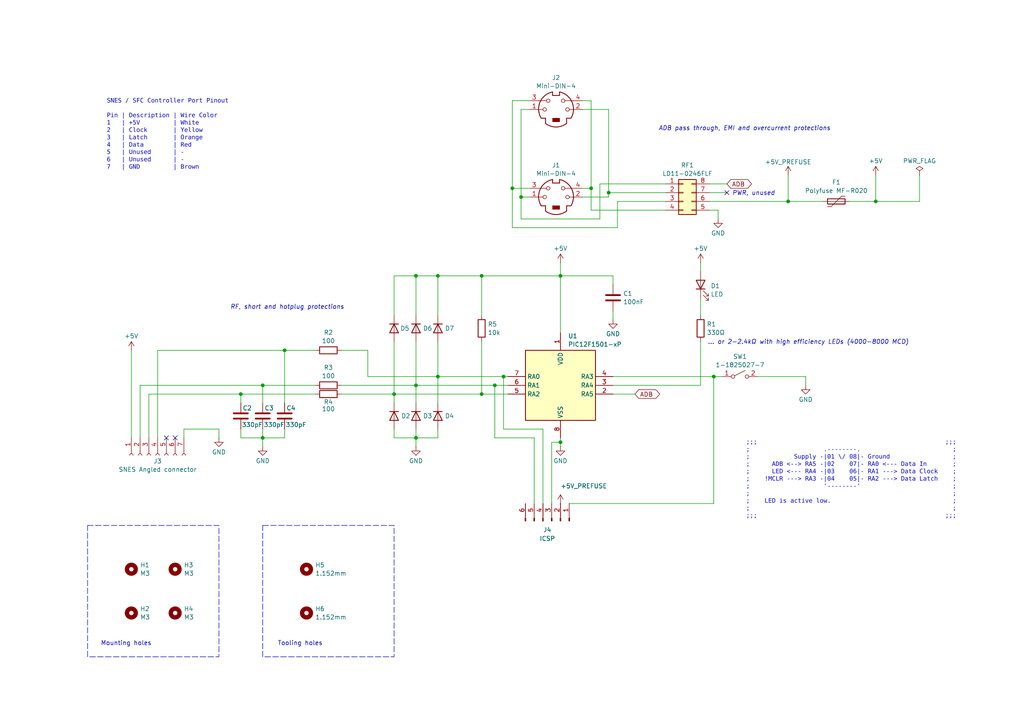
<source format=kicad_sch>
(kicad_sch (version 20231120) (generator "eeschema") (generator_version "8.0")
  (paper "A4")
  (title_block (title "TashPad SMT") (date "2025-03-04") (rev "1.1") (company "Lostwave") (comment 1 "http://68kmla.org") (comment 2 "https://github.com/lampmerchant/tashpad"))
  (lib_symbols
    (symbol "+5V_1" (power) (pin_numbers hide) (pin_names (offset 0) hide)
      (property "Value" "+5V" (at 0 3.556 0))
      (symbol "+5V_1_0_1"
        (polyline (pts (xy -0.762 1.27) (xy 0 2.54)))
        (polyline (pts (xy 0 0) (xy 0 2.54)))
        (polyline (pts (xy 0 2.54) (xy 0.762 1.27)))
      )
      (symbol "+5V_1_1_1"
        (pin power_in line (at 0 0 90) (length 0) (name "~") (number "1"))
      )
    )
    (symbol "+5V_2" (power) (pin_numbers hide) (pin_names (offset 0) hide)
      (property "Value" "+5V" (at 0 3.556 0))
      (symbol "+5V_2_0_1"
        (polyline (pts (xy -0.762 1.27) (xy 0 2.54)))
        (polyline (pts (xy 0 0) (xy 0 2.54)))
        (polyline (pts (xy 0 2.54) (xy 0.762 1.27)))
      )
      (symbol "+5V_2_1_1"
        (pin power_in line (at 0 0 90) (length 0) (name "~") (number "1"))
      )
    )
    (symbol "+5V_3" (power) (pin_numbers hide) (pin_names (offset 0) hide)
      (property "Value" "+5V" (at 0 3.556 0))
      (symbol "+5V_3_0_1"
        (polyline (pts (xy -0.762 1.27) (xy 0 2.54)))
        (polyline (pts (xy 0 0) (xy 0 2.54)))
        (polyline (pts (xy 0 2.54) (xy 0.762 1.27)))
      )
      (symbol "+5V_3_1_1"
        (pin power_in line (at 0 0 90) (length 0) (name "~") (number "1"))
      )
    )
    (symbol "Connector:Conn_01x06_Pin" (pin_names (offset 1.016) hide)
      (property "Reference" "J" (at 0 7.62 0))
      (property "Value" "Conn_01x06_Pin" (at 0 -10.16 0))
      (symbol "Conn_01x06_Pin_1_1"
        (polyline (pts (xy 1.27 -7.62) (xy 0.8636 -7.62)) (stroke (width 0.1524)))
        (polyline (pts (xy 1.27 -5.08) (xy 0.8636 -5.08)) (stroke (width 0.1524)))
        (polyline (pts (xy 1.27 -2.54) (xy 0.8636 -2.54)) (stroke (width 0.1524)))
        (polyline (pts (xy 1.27 0) (xy 0.8636 0)) (stroke (width 0.1524)))
        (polyline (pts (xy 1.27 2.54) (xy 0.8636 2.54)) (stroke (width 0.1524)))
        (polyline (pts (xy 1.27 5.08) (xy 0.8636 5.08)) (stroke (width 0.1524)))
        (rectangle (start 0.8636 -7.493) (end 0 -7.747) (stroke (width 0.1524)) (fill (type outline)))
        (rectangle (start 0.8636 -4.953) (end 0 -5.207) (stroke (width 0.1524)) (fill (type outline)))
        (rectangle (start 0.8636 -2.413) (end 0 -2.667) (stroke (width 0.1524)) (fill (type outline)))
        (rectangle (start 0.8636 0.127) (end 0 -0.127) (stroke (width 0.1524)) (fill (type outline)))
        (rectangle (start 0.8636 2.667) (end 0 2.413) (stroke (width 0.1524)) (fill (type outline)))
        (rectangle (start 0.8636 5.207) (end 0 4.953) (stroke (width 0.1524)) (fill (type outline)))
        (pin passive line (at 5.08 5.08 180) (length 3.81) (name "Pin_1") (number "1"))
        (pin passive line (at 5.08 2.54 180) (length 3.81) (name "Pin_2") (number "2"))
        (pin passive line (at 5.08 0 180) (length 3.81) (name "Pin_3") (number "3"))
        (pin passive line (at 5.08 -2.54 180) (length 3.81) (name "Pin_4") (number "4"))
        (pin passive line (at 5.08 -5.08 180) (length 3.81) (name "Pin_5") (number "5"))
        (pin passive line (at 5.08 -7.62 180) (length 3.81) (name "Pin_6") (number "6"))
      )
    )
    (symbol "Connector:Conn_01x07_Socket" (pin_names (offset 1.016) hide)
      (property "Reference" "J" (at 0 10.16 0))
      (property "Value" "Conn_01x07_Socket" (at 0 -10.16 0))
      (symbol "Conn_01x07_Socket_1_1"
        (arc (start 0 -7.112) (mid -0.5058 -7.62) (end 0 -8.128) (stroke (width 0.1524)))
        (arc (start 0 -4.572) (mid -0.5058 -5.08) (end 0 -5.588) (stroke (width 0.1524)))
        (arc (start 0 -2.032) (mid -0.5058 -2.54) (end 0 -3.048) (stroke (width 0.1524)))
        (polyline (pts (xy -1.27 -7.62) (xy -0.508 -7.62)) (stroke (width 0.1524)))
        (polyline (pts (xy -1.27 -5.08) (xy -0.508 -5.08)) (stroke (width 0.1524)))
        (polyline (pts (xy -1.27 -2.54) (xy -0.508 -2.54)) (stroke (width 0.1524)))
        (polyline (pts (xy -1.27 0) (xy -0.508 0)) (stroke (width 0.1524)))
        (polyline (pts (xy -1.27 2.54) (xy -0.508 2.54)) (stroke (width 0.1524)))
        (polyline (pts (xy -1.27 5.08) (xy -0.508 5.08)) (stroke (width 0.1524)))
        (polyline (pts (xy -1.27 7.62) (xy -0.508 7.62)) (stroke (width 0.1524)))
        (arc (start 0 0.508) (mid -0.5058 0) (end 0 -0.508) (stroke (width 0.1524)))
        (arc (start 0 3.048) (mid -0.5058 2.54) (end 0 2.032) (stroke (width 0.1524)))
        (arc (start 0 5.588) (mid -0.5058 5.08) (end 0 4.572) (stroke (width 0.1524)))
        (arc (start 0 8.128) (mid -0.5058 7.62) (end 0 7.112) (stroke (width 0.1524)))
        (pin passive line (at -5.08 7.62 0) (length 3.81) (name "Pin_1") (number "1"))
        (pin passive line (at -5.08 5.08 0) (length 3.81) (name "Pin_2") (number "2"))
        (pin passive line (at -5.08 2.54 0) (length 3.81) (name "Pin_3") (number "3"))
        (pin passive line (at -5.08 0 0) (length 3.81) (name "Pin_4") (number "4"))
        (pin passive line (at -5.08 -2.54 0) (length 3.81) (name "Pin_5") (number "5"))
        (pin passive line (at -5.08 -5.08 0) (length 3.81) (name "Pin_6") (number "6"))
        (pin passive line (at -5.08 -7.62 0) (length 3.81) (name "Pin_7") (number "7"))
      )
    )
    (symbol "Connector:Mini-DIN-4" (pin_names (offset 1.016))
      (property "Reference" "J" (at 0 6.35 0))
      (property "Value" "Mini-DIN-4" (at 0 -6.35 0))
      (symbol "Mini-DIN-4_0_1"
        (circle (center -3.302 0) (radius 0.508))
        (arc (start -3.048 -4.064) (mid 0 -5.08) (end 3.048 -4.064) (stroke (width 0.254)))
        (circle (center -2.032 2.54) (radius 0.508))
        (rectangle (start -1.016 -2.54) (end 1.016 -3.556) (fill (type outline)))
        (arc (start -1.016 5.08) (mid -4.6228 2.1214) (end -4.318 -2.54) (stroke (width 0.254)))
        (polyline (pts (xy -3.81 0) (xy -5.08 0)))
        (polyline (pts (xy -2.54 2.54) (xy -5.08 2.54)))
        (polyline (pts (xy 2.794 2.54) (xy 5.08 2.54)))
        (polyline (pts (xy 5.08 0) (xy 3.81 0)))
        (polyline (pts (xy -4.318 -2.54) (xy -3.048 -2.54) (xy -3.048 -4.064)) (stroke (width 0.254)))
        (polyline (pts (xy 4.318 -2.54) (xy 3.048 -2.54) (xy 3.048 -4.064)) (stroke (width 0.254)))
        (polyline (pts (xy -1.016 5.08) (xy -1.016 4.064) (xy 1.016 4.064) (xy 1.016 5.08)) (stroke (width 0.254)))
        (circle (center 2.286 2.54) (radius 0.508))
        (circle (center 3.302 0) (radius 0.508))
        (arc (start 4.318 -2.54) (mid 4.6661 2.1322) (end 1.016 5.08) (stroke (width 0.254)))
      )
      (symbol "Mini-DIN-4_1_1"
        (pin passive line (at 7.62 0 180) (length 2.54) (name "~") (number "1"))
        (pin passive line (at -7.62 0 0) (length 2.54) (name "~") (number "2"))
        (pin passive line (at 7.62 2.54 180) (length 2.54) (name "~") (number "3"))
        (pin passive line (at -7.62 2.54 0) (length 2.54) (name "~") (number "4"))
      )
    )
    (symbol "Connector_Generic:Conn_02x04_Counter_Clockwise" (pin_names (offset 1.016) hide)
      (property "Reference" "J" (at 1.27 5.08 0))
      (property "Value" "Conn_02x04_Counter_Clockwise" (at 1.27 -7.62 0))
      (symbol "Conn_02x04_Counter_Clockwise_1_1"
        (rectangle (start -1.27 -4.953) (end 0 -5.207) (stroke (width 0.1524)))
        (rectangle (start -1.27 -2.413) (end 0 -2.667) (stroke (width 0.1524)))
        (rectangle (start -1.27 0.127) (end 0 -0.127) (stroke (width 0.1524)))
        (rectangle (start -1.27 2.667) (end 0 2.413) (stroke (width 0.1524)))
        (rectangle (start -1.27 3.81) (end 3.81 -6.35) (stroke (width 0.254)) (fill (type background)))
        (rectangle (start 3.81 -4.953) (end 2.54 -5.207) (stroke (width 0.1524)))
        (rectangle (start 3.81 -2.413) (end 2.54 -2.667) (stroke (width 0.1524)))
        (rectangle (start 3.81 0.127) (end 2.54 -0.127) (stroke (width 0.1524)))
        (rectangle (start 3.81 2.667) (end 2.54 2.413) (stroke (width 0.1524)))
        (pin passive line (at -5.08 2.54 0) (length 3.81) (name "Pin_1") (number "1"))
        (pin passive line (at -5.08 0 0) (length 3.81) (name "Pin_2") (number "2"))
        (pin passive line (at -5.08 -2.54 0) (length 3.81) (name "Pin_3") (number "3"))
        (pin passive line (at -5.08 -5.08 0) (length 3.81) (name "Pin_4") (number "4"))
        (pin passive line (at 7.62 -5.08 180) (length 3.81) (name "Pin_5") (number "5"))
        (pin passive line (at 7.62 -2.54 180) (length 3.81) (name "Pin_6") (number "6"))
        (pin passive line (at 7.62 0 180) (length 3.81) (name "Pin_7") (number "7"))
        (pin passive line (at 7.62 2.54 180) (length 3.81) (name "Pin_8") (number "8"))
      )
    )
    (symbol "Device:C" (pin_numbers hide) (pin_names (offset 0.254))
      (property "Reference" "C" (at 0.635 2.54 0))
      (property "Value" "C" (at 0.635 -2.54 0))
      (symbol "C_0_1"
        (polyline (pts (xy -2.032 -0.762) (xy 2.032 -0.762)) (stroke (width 0.508)))
        (polyline (pts (xy -2.032 0.762) (xy 2.032 0.762)) (stroke (width 0.508)))
      )
      (symbol "C_1_1"
        (pin passive line (at 0 3.81 270) (length 2.794) (name "~") (number "1"))
        (pin passive line (at 0 -3.81 90) (length 2.794) (name "~") (number "2"))
      )
    )
    (symbol "Device:D" (pin_numbers hide) (pin_names (offset 1.016) hide)
      (property "Reference" "D" (at 0 2.54 0))
      (property "Value" "D" (at 0 -2.54 0))
      (symbol "D_0_1"
        (polyline (pts (xy -1.27 1.27) (xy -1.27 -1.27)) (stroke (width 0.254)))
        (polyline (pts (xy 1.27 0) (xy -1.27 0)))
        (polyline (pts (xy 1.27 1.27) (xy 1.27 -1.27) (xy -1.27 0) (xy 1.27 1.27)) (stroke (width 0.254)))
      )
      (symbol "D_1_1"
        (pin passive line (at -3.81 0 0) (length 2.54) (name "K") (number "1"))
        (pin passive line (at 3.81 0 180) (length 2.54) (name "A") (number "2"))
      )
    )
    (symbol "Device:LED" (pin_numbers hide) (pin_names (offset 1.016) hide)
      (property "Reference" "D" (at 0 2.54 0))
      (property "Value" "LED" (at 0 -2.54 0))
      (symbol "LED_0_1"
        (polyline (pts (xy -1.27 -1.27) (xy -1.27 1.27)) (stroke (width 0.254)))
        (polyline (pts (xy -1.27 0) (xy 1.27 0)))
        (polyline (pts (xy 1.27 -1.27) (xy 1.27 1.27) (xy -1.27 0) (xy 1.27 -1.27)) (stroke (width 0.254)))
        (polyline (pts (xy -3.048 -0.762) (xy -4.572 -2.286) (xy -3.81 -2.286) (xy -4.572 -2.286) (xy -4.572 -1.524)))
        (polyline (pts (xy -1.778 -0.762) (xy -3.302 -2.286) (xy -2.54 -2.286) (xy -3.302 -2.286) (xy -3.302 -1.524)))
      )
      (symbol "LED_1_1"
        (pin passive line (at -3.81 0 0) (length 2.54) (name "K") (number "1"))
        (pin passive line (at 3.81 0 180) (length 2.54) (name "A") (number "2"))
      )
    )
    (symbol "Device:Polyfuse" (pin_numbers hide) (pin_names (offset 0))
      (property "Reference" "F" (at -2.54 0 90))
      (property "Value" "Polyfuse" (at 2.54 0 90))
      (symbol "Polyfuse_0_1"
        (rectangle (start -0.762 2.54) (end 0.762 -2.54) (stroke (width 0.254)))
        (polyline (pts (xy 0 2.54) (xy 0 -2.54)))
        (polyline (pts (xy -1.524 2.54) (xy -1.524 1.524) (xy 1.524 -1.524) (xy 1.524 -2.54)))
      )
      (symbol "Polyfuse_1_1"
        (pin passive line (at 0 3.81 270) (length 1.27) (name "~") (number "1"))
        (pin passive line (at 0 -3.81 90) (length 1.27) (name "~") (number "2"))
      )
    )
    (symbol "Device:R" (pin_numbers hide) (pin_names (offset 0))
      (property "Reference" "R" (at 2.032 0 90))
      (property "Value" "R" (at 0 0 90))
      (symbol "R_0_1"
        (rectangle (start -1.016 -2.54) (end 1.016 2.54) (stroke (width 0.254)))
      )
      (symbol "R_1_1"
        (pin passive line (at 0 3.81 270) (length 1.27) (name "~") (number "1"))
        (pin passive line (at 0 -3.81 90) (length 1.27) (name "~") (number "2"))
      )
    )
    (symbol "GND_3" (power) (pin_names (offset 0))
      (property "Value" "GND" (at 0 -3.81 0))
      (symbol "GND_3_0_1"
        (polyline (pts (xy 0 0) (xy 0 -1.27) (xy 1.27 -1.27) (xy 0 -2.54) (xy -1.27 -1.27) (xy 0 -1.27)))
      )
      (symbol "GND_3_1_1"
        (pin power_in line (at 0 0 270) (length 0) hide (name "GND") (number "1"))
      )
    )
    (symbol "GND_4" (power) (pin_names (offset 0))
      (property "Value" "GND" (at 0 -3.81 0))
      (symbol "GND_4_0_1"
        (polyline (pts (xy 0 0) (xy 0 -1.27) (xy 1.27 -1.27) (xy 0 -2.54) (xy -1.27 -1.27) (xy 0 -1.27)))
      )
      (symbol "GND_4_1_1"
        (pin power_in line (at 0 0 270) (length 0) hide (name "GND") (number "1"))
      )
    )
    (symbol "MCU_Microchip_PIC12:PIC12F1501-xP"
      (property "Reference" "U" (at 1.27 13.97 0))
      (property "Value" "PIC12F1501-xP" (at 1.27 11.43 0))
      (symbol "PIC12F1501-xP_0_1"
        (rectangle (start 10.16 -10.16) (end -10.16 10.16) (stroke (width 0.254)) (fill (type background)))
      )
      (symbol "PIC12F1501-xP_1_1"
        (pin power_in line (at 0 15.24 270) (length 5.08) (name "VDD") (number "1"))
        (pin bidirectional line (at 15.24 -2.54 180) (length 5.08) (name "RA5") (number "2"))
        (pin bidirectional line (at 15.24 0 180) (length 5.08) (name "RA4") (number "3"))
        (pin input line (at 15.24 2.54 180) (length 5.08) (name "RA3") (number "4"))
        (pin bidirectional line (at -15.24 -2.54 0) (length 5.08) (name "RA2") (number "5"))
        (pin bidirectional line (at -15.24 0 0) (length 5.08) (name "RA1") (number "6"))
        (pin bidirectional line (at -15.24 2.54 0) (length 5.08) (name "RA0") (number "7"))
        (pin power_in line (at 0 -15.24 90) (length 5.08) (name "VSS") (number "8"))
      )
    )
    (symbol "Mechanical:MountingHole" (pin_names (offset 1.016)) (exclude_from_sim yes) (in_bom no)
      (property "Reference" "H" (at 0 5.08 0))
      (property "Value" "MountingHole" (at 0 3.175 0))
      (symbol "MountingHole_0_1"
        (circle (center 0 0) (radius 1.27) (stroke (width 1.27)))
      )
    )
    (symbol "Switch:SW_SPST" (pin_names (offset 0) hide)
      (property "Reference" "SW" (at 0 3.175 0))
      (property "Value" "SW_SPST" (at 0 -2.54 0))
      (symbol "SW_SPST_0_0"
        (circle (center -2.032 0) (radius 0.508))
        (polyline (pts (xy -1.524 0.254) (xy 1.524 1.778)))
        (circle (center 2.032 0) (radius 0.508))
      )
      (symbol "SW_SPST_1_1"
        (pin passive line (at -5.08 0 0) (length 2.54) (name "A") (number "1"))
        (pin passive line (at 5.08 0 180) (length 2.54) (name "B") (number "2"))
      )
    )
    (symbol "power:+5V" (power) (pin_names (offset 0))
      (property "Value" "+5V" (at 0 3.556 0))
      (symbol "+5V_0_1"
        (polyline (pts (xy -0.762 1.27) (xy 0 2.54)))
        (polyline (pts (xy 0 0) (xy 0 2.54)))
        (polyline (pts (xy 0 2.54) (xy 0.762 1.27)))
      )
      (symbol "+5V_1_1"
        (pin power_in line (at 0 0 90) (length 0) hide (name "+5V") (number "1"))
      )
    )
    (symbol "power:GND" (power) (pin_numbers hide) (pin_names (offset 0) hide)
      (property "Value" "GND" (at 0 -3.81 0))
      (symbol "GND_0_1"
        (polyline (pts (xy 0 0) (xy 0 -1.27) (xy 1.27 -1.27) (xy 0 -2.54) (xy -1.27 -1.27) (xy 0 -1.27)))
      )
      (symbol "GND_1_1"
        (pin power_in line (at 0 0 270) (length 0) (name "~") (number "1"))
      )
    )
    (symbol "power:PWR_FLAG" (power) (pin_numbers hide) (pin_names (offset 0) hide)
      (property "Value" "PWR_FLAG" (at 0 3.81 0))
      (symbol "PWR_FLAG_0_0"
        (pin power_out line (at 0 0 90) (length 0) (name "pwr") (number "1"))
      )
      (symbol "PWR_FLAG_0_1"
        (polyline (pts (xy 0 0) (xy 0 1.27) (xy -1.016 1.905) (xy 0 2.54) (xy 1.016 1.905) (xy 0 1.27)))
      )
    )
  )
  (junction (at 76.2 111.76))
  (junction (at 120.65 127))
  (junction (at 127 80.01))
  (junction (at 151.13 57.15))
  (junction (at 139.7 80.01))
  (junction (at 162.56 80.01))
  (junction (at 171.45 54.61))
  (junction (at 127 109.22))
  (junction (at 120.65 111.76))
  (junction (at 254 58.42))
  (junction (at 143.51 111.76))
  (junction (at 76.2 127))
  (junction (at 146.05 109.22))
  (junction (at 176.53 55.88))
  (junction (at 120.65 80.01))
  (junction (at 114.3 114.3))
  (junction (at 82.55 101.6))
  (junction (at 148.59 54.61))
  (junction (at 69.85 114.3))
  (junction (at 228.6 58.42))
  (junction (at 139.7 114.3))
  (junction (at 162.56 128.27))
  (junction (at 207.01 109.22))
  (no_connect (at 210.82 55.88))
  (no_connect (at 48.26 127))
  (no_connect (at 50.8 127))
  (wire (pts (xy 114.3 124.46) (xy 114.3 127)))
  (wire (pts (xy 76.2 111.76) (xy 76.2 116.84)))
  (wire (pts (xy 151.13 31.75) (xy 151.13 57.15)))
  (wire (pts (xy 114.3 91.44) (xy 114.3 80.01)))
  (wire (pts (xy 139.7 80.01) (xy 162.56 80.01)))
  (wire (pts (xy 176.53 55.88) (xy 193.04 55.88)))
  (wire (pts (xy 171.45 54.61) (xy 171.45 60.96)))
  (wire (pts (xy 205.74 53.34) (xy 210.82 53.34)))
  (wire (pts (xy 40.64 111.76) (xy 76.2 111.76)))
  (wire (pts (xy 176.53 31.75) (xy 168.91 31.75)))
  (wire (pts (xy 176.53 57.15) (xy 176.53 55.88)))
  (wire (pts (xy 53.34 127) (xy 53.34 124.46)))
  (wire (pts (xy 179.07 58.42) (xy 179.07 66.04)))
  (wire (pts (xy 99.06 114.3) (xy 114.3 114.3)))
  (wire (pts (xy 53.34 124.46) (xy 63.5 124.46)))
  (wire (pts (xy 148.59 54.61) (xy 153.67 54.61)))
  (wire (pts (xy 177.8 90.17) (xy 177.8 92.71)))
  (wire (pts (xy 177.8 109.22) (xy 207.01 109.22)))
  (wire (pts (xy 193.04 53.34) (xy 173.99 53.34)))
  (wire (pts (xy 176.53 55.88) (xy 176.53 31.75)))
  (wire (pts (xy 139.7 114.3) (xy 147.32 114.3)))
  (wire (pts (xy 205.74 55.88) (xy 210.82 55.88)))
  (wire (pts (xy 45.72 127) (xy 45.72 101.6)))
  (wire (pts (xy 40.64 111.76) (xy 40.64 127)))
  (wire (pts (xy 76.2 124.46) (xy 76.2 127)))
  (wire (pts (xy 162.56 80.01) (xy 162.56 96.52)))
  (wire (pts (xy 151.13 63.5) (xy 151.13 57.15)))
  (wire (pts (xy 162.56 128.27) (xy 162.56 129.54)))
  (wire (pts (xy 154.94 127) (xy 143.51 127)))
  (wire (pts (xy 120.65 124.46) (xy 120.65 127)))
  (wire (pts (xy 43.18 114.3) (xy 43.18 127)))
  (wire (pts (xy 114.3 80.01) (xy 120.65 80.01)))
  (wire (pts (xy 208.28 63.5) (xy 208.28 60.96)))
  (wire (pts (xy 114.3 127) (xy 120.65 127)))
  (wire (pts (xy 69.85 114.3) (xy 69.85 116.84)))
  (wire (pts (xy 139.7 80.01) (xy 139.7 91.44)))
  (wire (pts (xy 120.65 111.76) (xy 120.65 116.84)))
  (wire (pts (xy 76.2 127) (xy 82.55 127)))
  (wire (pts (xy 193.04 58.42) (xy 179.07 58.42)))
  (wire (pts (xy 120.65 80.01) (xy 120.65 91.44)))
  (wire (pts (xy 266.7 50.8) (xy 266.7 58.42)))
  (wire (pts (xy 177.8 114.3) (xy 184.15 114.3)))
  (wire (pts (xy 233.68 109.22) (xy 233.68 111.76)))
  (wire (pts (xy 203.2 99.06) (xy 203.2 111.76)))
  (wire (pts (xy 146.05 109.22) (xy 147.32 109.22)))
  (wire (pts (xy 153.67 31.75) (xy 151.13 31.75)))
  (wire (pts (xy 146.05 124.46) (xy 146.05 109.22)))
  (wire (pts (xy 76.2 111.76) (xy 91.44 111.76)))
  (wire (pts (xy 82.55 127) (xy 82.55 124.46)))
  (wire (pts (xy 120.65 111.76) (xy 143.51 111.76)))
  (wire (pts (xy 99.06 101.6) (xy 106.68 101.6)))
  (wire (pts (xy 157.48 146.05) (xy 157.48 124.46)))
  (wire (pts (xy 76.2 127) (xy 76.2 129.54)))
  (wire (pts (xy 254 58.42) (xy 266.7 58.42)))
  (wire (pts (xy 139.7 99.06) (xy 139.7 114.3)))
  (wire (pts (xy 45.72 101.6) (xy 82.55 101.6)))
  (wire (pts (xy 203.2 86.36) (xy 203.2 91.44)))
  (wire (pts (xy 127 127) (xy 127 124.46)))
  (wire (pts (xy 69.85 127) (xy 76.2 127)))
  (wire (pts (xy 162.56 127) (xy 162.56 128.27)))
  (wire (pts (xy 120.65 127) (xy 120.65 129.54)))
  (wire (pts (xy 171.45 60.96) (xy 193.04 60.96)))
  (wire (pts (xy 38.1 101.6) (xy 38.1 127)))
  (wire (pts (xy 228.6 58.42) (xy 238.76 58.42)))
  (wire (pts (xy 69.85 124.46) (xy 69.85 127)))
  (wire (pts (xy 120.65 99.06) (xy 120.65 111.76)))
  (wire (pts (xy 127 109.22) (xy 127 116.84)))
  (wire (pts (xy 219.71 109.22) (xy 233.68 109.22)))
  (wire (pts (xy 63.5 124.46) (xy 63.5 127)))
  (wire (pts (xy 127 109.22) (xy 146.05 109.22)))
  (wire (pts (xy 99.06 111.76) (xy 120.65 111.76)))
  (wire (pts (xy 69.85 114.3) (xy 91.44 114.3)))
  (wire (pts (xy 179.07 66.04) (xy 148.59 66.04)))
  (wire (pts (xy 173.99 63.5) (xy 151.13 63.5)))
  (wire (pts (xy 82.55 101.6) (xy 91.44 101.6)))
  (wire (pts (xy 120.65 80.01) (xy 127 80.01)))
  (wire (pts (xy 148.59 66.04) (xy 148.59 54.61)))
  (wire (pts (xy 148.59 29.21) (xy 153.67 29.21)))
  (wire (pts (xy 148.59 54.61) (xy 148.59 29.21)))
  (wire (pts (xy 162.56 76.2) (xy 162.56 80.01)))
  (wire (pts (xy 177.8 80.01) (xy 177.8 82.55)))
  (wire (pts (xy 160.02 146.05) (xy 160.02 128.27)))
  (wire (pts (xy 106.68 109.22) (xy 127 109.22)))
  (wire (pts (xy 171.45 29.21) (xy 168.91 29.21)))
  (wire (pts (xy 120.65 127) (xy 127 127)))
  (wire (pts (xy 228.6 50.8) (xy 228.6 58.42)))
  (wire (pts (xy 165.1 146.05) (xy 207.01 146.05)))
  (wire (pts (xy 207.01 109.22) (xy 209.55 109.22)))
  (wire (pts (xy 168.91 54.61) (xy 171.45 54.61)))
  (wire (pts (xy 127 80.01) (xy 127 91.44)))
  (wire (pts (xy 207.01 146.05) (xy 207.01 109.22)))
  (wire (pts (xy 157.48 124.46) (xy 146.05 124.46)))
  (wire (pts (xy 205.74 58.42) (xy 228.6 58.42)))
  (wire (pts (xy 154.94 146.05) (xy 154.94 127)))
  (wire (pts (xy 143.51 127) (xy 143.51 111.76)))
  (wire (pts (xy 168.91 57.15) (xy 176.53 57.15)))
  (wire (pts (xy 114.3 114.3) (xy 114.3 116.84)))
  (wire (pts (xy 254 50.8) (xy 254 58.42)))
  (wire (pts (xy 203.2 76.2) (xy 203.2 78.74)))
  (wire (pts (xy 127 99.06) (xy 127 109.22)))
  (wire (pts (xy 43.18 114.3) (xy 69.85 114.3)))
  (wire (pts (xy 177.8 80.01) (xy 162.56 80.01)))
  (wire (pts (xy 106.68 101.6) (xy 106.68 109.22)))
  (wire (pts (xy 82.55 101.6) (xy 82.55 116.84)))
  (wire (pts (xy 177.8 111.76) (xy 203.2 111.76)))
  (wire (pts (xy 151.13 57.15) (xy 153.67 57.15)))
  (wire (pts (xy 143.51 111.76) (xy 147.32 111.76)))
  (wire (pts (xy 246.38 58.42) (xy 254 58.42)))
  (wire (pts (xy 173.99 53.34) (xy 173.99 63.5)))
  (wire (pts (xy 127 80.01) (xy 139.7 80.01)))
  (wire (pts (xy 171.45 54.61) (xy 171.45 29.21)))
  (wire (pts (xy 160.02 128.27) (xy 162.56 128.27)))
  (wire (pts (xy 114.3 114.3) (xy 139.7 114.3)))
  (wire (pts (xy 208.28 60.96) (xy 205.74 60.96)))
  (wire (pts (xy 114.3 99.06) (xy 114.3 114.3)))
  (rectangle (start 76.2 152.4) (end 114.3 190.5) (stroke (width 0) (type dash)))
  (rectangle (start 25.4 152.4) (end 63.5 190.5) (stroke (width 0) (type dash)))
  (text "RF, short and hotplug protections" (at 83.312 89.154 0) (effects (font (size 1.27 1.27) (italic yes))))
  (text "PWR, unused" (at 212.344 56.134 0) (effects (font (size 1.27 1.27) (italic yes)) (justify left)))
  (text "Mounting holes" (at 29.21 186.69 0) (effects (font (size 1.27 1.27)) (justify left)))
  (text "Tooling holes" (at 80.518 186.69 0) (effects (font (size 1.27 1.27)) (justify left)))
  (text "SNES / SFC Controller Port Pinout\n\nPin | Description | Wire Color\n1   | +5V         | White\n2   | Clock       | Yellow\n3   | Latch       | Orange\n4   | Data        | Red\n5   | Unused      | -\n6   | Unused      | -\n7   | GND         | Brown" (at 30.988 39.37 0) (effects (font (size 1.27 1.27)) (justify left)))
  (text ";;;                                                   ;;;\n;                    .--------.                         ;\n;            Supply -|01 \\/ 08|- Ground                 ;\n;      ADB <--> RA5 -|02    07|- RA0 <--- Data In       ;\n;      LED <--- RA4 -|03    06|- RA1 ---> Data Clock    ;\n;    !MCLR ---> RA3 -|04    05|- RA2 ---> Data Latch    ;\n;                    '--------'                         ;\n;                                                       ;\n;    LED is active low.                                 ;\n;                                                       ;\n;;;                                                   ;;;\n" (at 246.888 139.446 0) (effects (font (size 1.27 1.27))))
  (text "… or 2-2.4kΩ with high efficiency LEDs (4000-8000 MCD)" (at 234.442 99.314 0) (effects (font (size 1.27 1.27) (italic yes))))
  (text "ADB pass through, EMI and overcurrent protections" (at 191.008 37.338 0) (effects (font (size 1.27 1.27) (italic yes)) (justify left)))
  (global_label "ADB" (shape bidirectional) (at 210.82 53.34 0) (property "Intersheetrefs" "${INTERSHEET_REFS}" (effects (hide yes))))
  (global_label "ADB" (shape bidirectional) (at 184.15 114.3 0) (property "Intersheetrefs" "${INTERSHEET_REFS}" (effects (hide yes))))
  (symbol (lib_name "GND_3") (lib_id "power:GND") (at 177.8 92.71 0) (unit 1)
    (property "Reference" "#PWR026" (effects (hide yes)))
    (property "Value" "GND" (at 177.8 96.8431 0))
  )
  (symbol (lib_name "+5V_1") (lib_id "power:+5V") (at 203.2 76.2 0) (unit 1)
    (property "Reference" "#PWR08" (effects (hide yes)))
    (property "Value" "+5V" (at 203.2 72.0669 0))
    (property "Description" "Power symbol creates a global label with name \"+5V\"" (effects (hide yes)))
  )
  (symbol (lib_name "GND_4") (lib_id "power:GND") (at 208.28 63.5 0) (unit 1)
    (property "Reference" "#PWR011" (effects (hide yes)))
    (property "Value" "GND" (at 208.28 67.6331 0))
  )
  (symbol (lib_name "+5V_1") (lib_id "power:+5V") (at 162.56 76.2 0) (unit 1)
    (property "Reference" "#PWR02" (effects (hide yes)))
    (property "Value" "+5V" (at 162.56 72.0669 0))
    (property "Description" "Power symbol creates a global label with name \"+5V\"" (effects (hide yes)))
  )
  (symbol (lib_id "Device:R") (at 203.2 95.25 0) (unit 1)
    (property "Reference" "R1" (at 204.978 94.0378 0) (effects (justify left)))
    (property "Value" "330Ω" (at 204.978 96.4621 0) (effects (justify left)))
    (property "Footprint" "Resistor_SMD:R_0805_2012Metric_Pad1.20x1.40mm_HandSolder" (effects (hide yes)))
  )
  (symbol (lib_id "power:GND") (at 63.5 127 0) (unit 1)
    (property "Reference" "#PWR04" (effects (hide yes)))
    (property "Value" "GND" (at 63.5 131.1331 0))
    (property "Description" "Power symbol creates a global label with name \"GND\" , ground" (effects (hide yes)))
  )
  (symbol (lib_id "Connector:Mini-DIN-4") (at 161.29 57.15 0) (mirror y) (unit 1)
    (property "Reference" "J1" (at 161.2723 47.9257 0))
    (property "Value" "Mini-DIN-4" (at 161.2723 50.3499 0))
    (property "Footprint" "tashpad:57491811" (effects (hide yes)))
    (property "Datasheet" "http://service.powerdynamics.com/ec/Catalog17/Section%2011.pdf" (effects (hide yes)))
  )
  (symbol (lib_id "Device:LED") (at 203.2 82.55 90) (unit 1)
    (property "Reference" "D1" (at 206.121 82.9253 90) (effects (justify right)))
    (property "Value" "LED" (at 206.121 85.3496 90) (effects (justify right)))
    (property "Footprint" "LED_THT:LED_D5.0mm_Horizontal_O6.35mm_Z3.0mm" (effects (hide yes)))
    (property "Description" "Light emitting diode" (effects (hide yes)))
  )
  (symbol (lib_id "Connector:Conn_01x06_Pin") (at 160.02 151.13 270) (mirror x) (unit 1)
    (property "Reference" "J4" (at 158.75 153.67 90))
    (property "Value" "ICSP" (at 158.75 156.21 90))
    (property "Footprint" "Connector_PinHeader_2.54mm:PinHeader_1x06_P2.54mm_Vertical" (effects (hide yes)))
    (property "Description" "Generic connector, single row, 01x06, script generated" (effects (hide yes)))
  )
  (symbol (lib_id "Connector:Mini-DIN-4") (at 161.29 31.75 0) (mirror y) (unit 1)
    (property "Reference" "J2" (at 161.2723 22.5257 0))
    (property "Value" "Mini-DIN-4" (at 161.2723 24.9499 0))
    (property "Footprint" "tashpad:57491811" (effects (hide yes)))
    (property "Datasheet" "http://service.powerdynamics.com/ec/Catalog17/Section%2011.pdf" (effects (hide yes)))
  )
  (symbol (lib_id "power:PWR_FLAG") (at 266.7 50.8 0) (unit 1)
    (property "Reference" "#FLG02" (effects (hide yes)))
    (property "Value" "PWR_FLAG" (at 266.7 46.6669 0))
  )
  (symbol (lib_id "Mechanical:MountingHole") (at 38.1 165.1 0) (unit 1) (exclude_from_sim yes) (in_bom no)
    (property "Reference" "H1" (at 40.64 163.8878 0) (effects (justify left)))
    (property "Value" "M3" (at 40.64 166.3121 0) (effects (justify left)))
    (property "Footprint" "MountingHole:MountingHole_3.2mm_M3" (effects (hide yes)))
    (property "Description" "Mounting Hole without connection" (effects (hide yes)))
  )
  (symbol (lib_id "Device:C") (at 177.8 86.36 180) (unit 1)
    (property "Reference" "C1" (at 180.721 85.1478 0) (effects (justify right)))
    (property "Value" "100nF" (at 180.721 87.5721 0) (effects (justify right)))
    (property "Footprint" "Capacitor_SMD:C_0805_2012Metric_Pad1.18x1.45mm_HandSolder" (effects (hide yes)))
  )
  (symbol (lib_id "Mechanical:MountingHole") (at 88.9 165.1 0) (unit 1) (exclude_from_sim yes) (in_bom no)
    (property "Reference" "H5" (at 91.44 163.8878 0) (effects (justify left)))
    (property "Value" "1.152mm" (at 91.44 166.3121 0) (effects (justify left)))
    (property "Footprint" "tashpad:MountingHole_1.152mm" (effects (hide yes)))
    (property "Description" "Mounting Hole without connection" (effects (hide yes)))
  )
  (symbol (lib_name "+5V_1") (lib_id "power:+5V") (at 38.1 101.6 0) (unit 1)
    (property "Reference" "#PWR05" (effects (hide yes)))
    (property "Value" "+5V" (at 38.1 97.4669 0))
    (property "Description" "Power symbol creates a global label with name \"+5V\"" (effects (hide yes)))
  )
  (symbol (lib_id "power:GND") (at 233.68 111.76 0) (unit 1)
    (property "Reference" "#PWR03" (effects (hide yes)))
    (property "Value" "GND" (at 233.68 115.8931 0))
    (property "Description" "Power symbol creates a global label with name \"GND\" , ground" (effects (hide yes)))
  )
  (symbol (lib_id "Connector:Conn_01x07_Socket") (at 45.72 132.08 90) (mirror x) (unit 1)
    (property "Reference" "J3" (at 45.72 133.7493 90))
    (property "Value" "SNES Angled connector" (at 45.72 136.1736 90))
    (property "Footprint" "tashpad:SNES Controller" (effects (hide yes)))
    (property "Description" "Generic connector, single row, 01x07, script generated" (effects (hide yes)))
  )
  (symbol (lib_id "Mechanical:MountingHole") (at 88.9 177.8 0) (unit 1) (exclude_from_sim yes) (in_bom no)
    (property "Reference" "H6" (at 91.44 176.5878 0) (effects (justify left)))
    (property "Value" "1.152mm" (at 91.44 179.0121 0) (effects (justify left)))
    (property "Footprint" "tashpad:MountingHole_1.152mm" (effects (hide yes)))
    (property "Description" "Mounting Hole without connection" (effects (hide yes)))
  )
  (symbol (lib_id "Device:R") (at 95.25 101.6 90) (unit 1)
    (property "Reference" "R2" (at 95.25 96.4395 90))
    (property "Value" "100" (at 95.25 98.8638 90))
    (property "Footprint" "Resistor_SMD:R_0805_2012Metric_Pad1.20x1.40mm_HandSolder" (effects (hide yes)))
    (property "Description" "Resistor" (effects (hide yes)))
  )
  (symbol (lib_id "Mechanical:MountingHole") (at 50.8 177.8 0) (unit 1) (exclude_from_sim yes) (in_bom no)
    (property "Reference" "H4" (at 53.34 176.5878 0) (effects (justify left)))
    (property "Value" "M3" (at 53.34 179.0121 0) (effects (justify left)))
    (property "Footprint" "MountingHole:MountingHole_3.2mm_M3" (effects (hide yes)))
    (property "Description" "Mounting Hole without connection" (effects (hide yes)))
  )
  (symbol (lib_id "Connector_Generic:Conn_02x04_Counter_Clockwise") (at 198.12 55.88 0) (unit 1)
    (property "Reference" "RF1" (at 199.39 47.9255 0))
    (property "Value" "LD11-0246FLF" (at 199.39 50.3498 0))
    (property "Footprint" "Package_DIP:DIP-8_W7.62mm" (effects (hide yes)))
  )
  (symbol (lib_name "+5V_3") (lib_id "power:+5V") (at 228.6 50.8 0) (unit 1)
    (property "Reference" "#PWR010" (effects (hide yes)))
    (property "Value" "+5V_PREFUSE" (at 228.6 46.99 0))
    (property "Description" "Power symbol creates a global label with name \"+5V\"" (effects (hide yes)))
  )
  (symbol (lib_id "Device:C") (at 82.55 120.65 0) (unit 1)
    (property "Reference" "C4" (at 83.058 118.364 0) (effects (justify left)))
    (property "Value" "330pF" (at 82.804 123.19 0) (effects (justify left)))
    (property "Footprint" "Capacitor_SMD:C_0805_2012Metric_Pad1.18x1.45mm_HandSolder" (effects (hide yes)))
    (property "Description" "Unpolarized capacitor" (effects (hide yes)))
  )
  (symbol (lib_id "Switch:SW_SPST") (at 214.63 109.22 0) (unit 1)
    (property "Reference" "SW1" (at 214.63 103.4245 0))
    (property "Value" "1-1825027-7" (at 214.63 105.8488 0))
    (property "Footprint" "tashpad:118250277" (effects (hide yes)))
    (property "Description" "Single Pole Single Throw (SPST) switch" (effects (hide yes)))
  )
  (symbol (lib_id "Device:D") (at 114.3 95.25 270) (unit 1)
    (property "Reference" "D5" (at 116.078 95.25 90) (effects (justify left)))
    (property "Value" "1N4148" (effects (hide yes)))
    (property "Footprint" "Diode_SMD:D_SOD-323_HandSoldering" (effects (hide yes)))
    (property "Description" "Diode" (effects (hide yes)))
    (property "Sim.Device" "D" (effects (hide yes)))
    (property "Sim.Pins" "1=K 2=A" (effects (hide yes)))
  )
  (symbol (lib_id "MCU_Microchip_PIC12:PIC12F1501-xP") (at 162.56 111.76 0) (unit 1)
    (property "Reference" "U1" (at 164.7541 97.4555 0) (effects (justify left)))
    (property "Value" "PIC12F1501-xP" (at 164.7541 99.8798 0) (effects (justify left)))
    (property "Footprint" "Package_SO:SOIC-8_3.9x4.9mm_P1.27mm" (effects (hide yes)))
    (property "Datasheet" "https://ww1.microchip.com/downloads/en/DeviceDoc/41615A.pdf" (effects (hide yes)))
    (property "Description" "1024W FLASH, 64B SRAM, PDIP-8" (effects (hide yes)))
  )
  (symbol (lib_id "Device:R") (at 95.25 111.76 90) (unit 1)
    (property "Reference" "R3" (at 95.25 106.5995 90))
    (property "Value" "100" (at 95.25 109.0238 90))
    (property "Footprint" "Resistor_SMD:R_0805_2012Metric_Pad1.20x1.40mm_HandSolder" (effects (hide yes)))
    (property "Description" "Resistor" (effects (hide yes)))
  )
  (symbol (lib_id "Device:D") (at 127 120.65 270) (unit 1)
    (property "Reference" "D4" (at 129.032 120.65 90) (effects (justify left)))
    (property "Value" "1N4148" (effects (hide yes)))
    (property "Footprint" "Diode_SMD:D_SOD-323_HandSoldering" (effects (hide yes)))
    (property "Description" "Diode" (effects (hide yes)))
    (property "Sim.Device" "D" (effects (hide yes)))
    (property "Sim.Pins" "1=K 2=A" (effects (hide yes)))
  )
  (symbol (lib_id "power:+5V") (at 254 50.8 0) (unit 1)
    (property "Reference" "#PWR012" (effects (hide yes)))
    (property "Value" "+5V" (at 254 46.6669 0))
  )
  (symbol (lib_id "Device:D") (at 120.65 120.65 270) (unit 1)
    (property "Reference" "D3" (at 122.682 120.65 90) (effects (justify left)))
    (property "Value" "1N4148" (effects (hide yes)))
    (property "Footprint" "Diode_SMD:D_SOD-323_HandSoldering" (effects (hide yes)))
    (property "Description" "Diode" (effects (hide yes)))
    (property "Sim.Device" "D" (effects (hide yes)))
    (property "Sim.Pins" "1=K 2=A" (effects (hide yes)))
  )
  (symbol (lib_id "Device:D") (at 127 95.25 270) (unit 1)
    (property "Reference" "D7" (at 129.032 95.25 90) (effects (justify left)))
    (property "Value" "1N4148" (effects (hide yes)))
    (property "Footprint" "Diode_SMD:D_SOD-323_HandSoldering" (effects (hide yes)))
    (property "Description" "Diode" (effects (hide yes)))
    (property "Sim.Device" "D" (effects (hide yes)))
    (property "Sim.Pins" "1=K 2=A" (effects (hide yes)))
  )
  (symbol (lib_id "Device:Polyfuse") (at 242.57 58.42 90) (unit 1)
    (property "Reference" "F1" (at 242.57 52.8787 90))
    (property "Value" "Polyfuse MF-R020" (at 242.57 55.3029 90))
    (property "Footprint" "Fuse:Fuse_1812_4532Metric_Pad1.30x3.40mm_HandSolder" (effects (hide yes)))
  )
  (symbol (lib_id "Device:C") (at 69.85 120.65 0) (unit 1)
    (property "Reference" "C2" (at 70.358 118.364 0) (effects (justify left)))
    (property "Value" "330pF" (at 70.104 123.19 0) (effects (justify left)))
    (property "Footprint" "Capacitor_SMD:C_0805_2012Metric_Pad1.18x1.45mm_HandSolder" (effects (hide yes)))
    (property "Description" "Unpolarized capacitor" (effects (hide yes)))
  )
  (symbol (lib_id "Mechanical:MountingHole") (at 38.1 177.8 0) (unit 1) (exclude_from_sim yes) (in_bom no)
    (property "Reference" "H2" (at 40.64 176.5878 0) (effects (justify left)))
    (property "Value" "M3" (at 40.64 179.0121 0) (effects (justify left)))
    (property "Footprint" "MountingHole:MountingHole_3.2mm_M3" (effects (hide yes)))
    (property "Description" "Mounting Hole without connection" (effects (hide yes)))
  )
  (symbol (lib_id "Mechanical:MountingHole") (at 50.8 165.1 0) (unit 1) (exclude_from_sim yes) (in_bom no)
    (property "Reference" "H3" (at 53.34 163.8878 0) (effects (justify left)))
    (property "Value" "M3" (at 53.34 166.3121 0) (effects (justify left)))
    (property "Footprint" "MountingHole:MountingHole_3.2mm_M3" (effects (hide yes)))
    (property "Description" "Mounting Hole without connection" (effects (hide yes)))
  )
  (symbol (lib_name "+5V_2") (lib_id "power:+5V") (at 162.56 146.05 0) (unit 1)
    (property "Reference" "#PWR09" (effects (hide yes)))
    (property "Value" "+5V_PREFUSE" (at 162.56 140.97 0) (effects (justify left)))
    (property "Description" "Power symbol creates a global label with name \"+5V\"" (effects (hide yes)))
  )
  (symbol (lib_id "power:GND") (at 76.2 129.54 0) (unit 1)
    (property "Reference" "#PWR07" (effects (hide yes)))
    (property "Value" "GND" (at 76.2 133.6731 0))
    (property "Description" "Power symbol creates a global label with name \"GND\" , ground" (effects (hide yes)))
  )
  (symbol (lib_id "Device:D") (at 120.65 95.25 270) (unit 1)
    (property "Reference" "D6" (at 122.682 95.25 90) (effects (justify left)))
    (property "Value" "1N4148" (effects (hide yes)))
    (property "Footprint" "Diode_SMD:D_SOD-323_HandSoldering" (effects (hide yes)))
    (property "Description" "Diode" (effects (hide yes)))
    (property "Sim.Device" "D" (effects (hide yes)))
    (property "Sim.Pins" "1=K 2=A" (effects (hide yes)))
  )
  (symbol (lib_id "Device:C") (at 76.2 120.65 0) (unit 1)
    (property "Reference" "C3" (at 76.708 118.364 0) (effects (justify left)))
    (property "Value" "330pF" (at 76.454 123.19 0) (effects (justify left)))
    (property "Footprint" "Capacitor_SMD:C_0805_2012Metric_Pad1.18x1.45mm_HandSolder" (effects (hide yes)))
    (property "Description" "Unpolarized capacitor" (effects (hide yes)))
  )
  (symbol (lib_id "Device:R") (at 95.25 114.3 90) (unit 1)
    (property "Reference" "R4" (at 95.25 116.586 90))
    (property "Value" "100" (at 95.25 118.618 90))
    (property "Footprint" "Resistor_SMD:R_0805_2012Metric_Pad1.20x1.40mm_HandSolder" (effects (hide yes)))
    (property "Description" "Resistor" (effects (hide yes)))
  )
  (symbol (lib_id "power:GND") (at 162.56 129.54 0) (unit 1)
    (property "Reference" "#PWR01" (effects (hide yes)))
    (property "Value" "GND" (at 162.56 133.6731 0))
    (property "Description" "Power symbol creates a global label with name \"GND\" , ground" (effects (hide yes)))
  )
  (symbol (lib_id "Device:D") (at 114.3 120.65 270) (unit 1)
    (property "Reference" "D2" (at 116.332 120.65 90) (effects (justify left)))
    (property "Value" "1N4148" (effects (hide yes)))
    (property "Footprint" "Diode_SMD:D_SOD-323_HandSoldering" (effects (hide yes)))
    (property "Description" "Diode" (effects (hide yes)))
    (property "Sim.Device" "D" (effects (hide yes)))
    (property "Sim.Pins" "1=K 2=A" (effects (hide yes)))
  )
  (symbol (lib_id "power:GND") (at 120.65 129.54 0) (unit 1)
    (property "Reference" "#PWR06" (effects (hide yes)))
    (property "Value" "GND" (at 120.65 133.6731 0))
    (property "Description" "Power symbol creates a global label with name \"GND\" , ground" (effects (hide yes)))
  )
  (symbol (lib_id "Device:R") (at 139.7 95.25 0) (unit 1)
    (property "Reference" "R5" (at 141.478 94.0378 0) (effects (justify left)))
    (property "Value" "10k" (at 141.478 96.4621 0) (effects (justify left)))
    (property "Footprint" "Resistor_SMD:R_0805_2012Metric_Pad1.20x1.40mm_HandSolder" (effects (hide yes)))
  )
)
</source>
